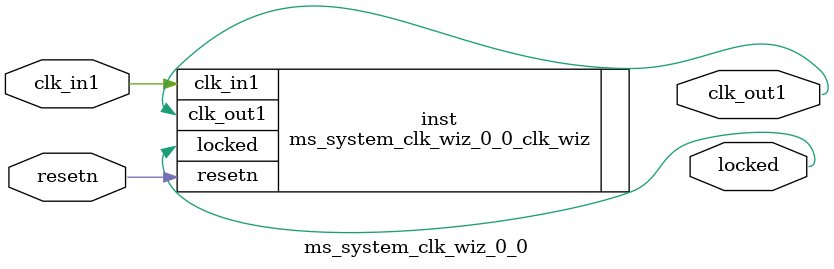
<source format=v>


`timescale 1ps/1ps

(* CORE_GENERATION_INFO = "ms_system_clk_wiz_0_0,clk_wiz_v6_0_2_0_0,{component_name=ms_system_clk_wiz_0_0,use_phase_alignment=true,use_min_o_jitter=false,use_max_i_jitter=false,use_dyn_phase_shift=false,use_inclk_switchover=false,use_dyn_reconfig=false,enable_axi=0,feedback_source=FDBK_AUTO,PRIMITIVE=MMCM,num_out_clk=1,clkin1_period=10.000,clkin2_period=10.000,use_power_down=false,use_reset=true,use_locked=true,use_inclk_stopped=false,feedback_type=SINGLE,CLOCK_MGR_TYPE=NA,manual_override=false}" *)

module ms_system_clk_wiz_0_0 
 (
  // Clock out ports
  output        clk_out1,
  // Status and control signals
  input         resetn,
  output        locked,
 // Clock in ports
  input         clk_in1
 );

  ms_system_clk_wiz_0_0_clk_wiz inst
  (
  // Clock out ports  
  .clk_out1(clk_out1),
  // Status and control signals               
  .resetn(resetn), 
  .locked(locked),
 // Clock in ports
  .clk_in1(clk_in1)
  );

endmodule

</source>
